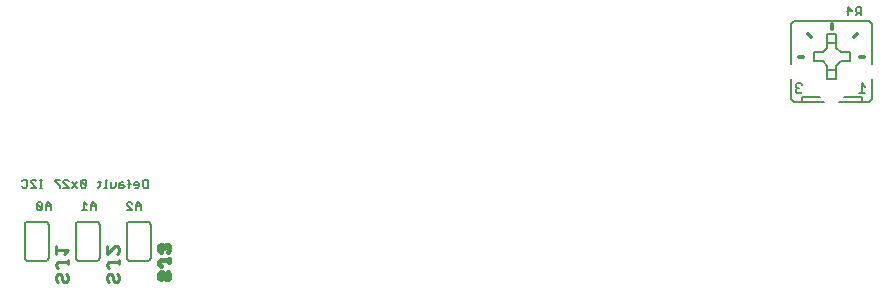
<source format=gbo>
G75*
%MOIN*%
%OFA0B0*%
%FSLAX24Y24*%
%IPPOS*%
%LPD*%
%AMOC8*
5,1,8,0,0,1.08239X$1,22.5*
%
%ADD10C,0.0060*%
%ADD11C,0.0120*%
%ADD12C,0.0050*%
%ADD13C,0.0080*%
%ADD14C,0.0100*%
%ADD15C,0.0150*%
D10*
X008432Y006753D02*
X008475Y006710D01*
X008562Y006710D01*
X008605Y006753D01*
X008432Y006927D01*
X008432Y006753D01*
X008605Y006753D02*
X008605Y006927D01*
X008562Y006970D01*
X008475Y006970D01*
X008432Y006927D01*
X008727Y006883D02*
X008727Y006710D01*
X008727Y006840D02*
X008900Y006840D01*
X008900Y006883D02*
X008900Y006710D01*
X008900Y006883D02*
X008813Y006970D01*
X008727Y006883D01*
X009932Y006710D02*
X010105Y006710D01*
X010019Y006710D02*
X010019Y006970D01*
X010105Y006883D01*
X010227Y006883D02*
X010227Y006710D01*
X010227Y006840D02*
X010400Y006840D01*
X010400Y006883D02*
X010400Y006710D01*
X010400Y006883D02*
X010313Y006970D01*
X010227Y006883D01*
X010044Y007460D02*
X010087Y007503D01*
X009914Y007677D01*
X009914Y007503D01*
X009957Y007460D01*
X010044Y007460D01*
X010087Y007503D02*
X010087Y007677D01*
X010044Y007720D01*
X009957Y007720D01*
X009914Y007677D01*
X009793Y007633D02*
X009619Y007460D01*
X009498Y007460D02*
X009325Y007633D01*
X009325Y007677D01*
X009368Y007720D01*
X009455Y007720D01*
X009498Y007677D01*
X009619Y007633D02*
X009793Y007460D01*
X009498Y007460D02*
X009325Y007460D01*
X009203Y007460D02*
X009203Y007503D01*
X009030Y007677D01*
X009030Y007720D01*
X009203Y007720D01*
X008614Y007720D02*
X008527Y007720D01*
X008571Y007720D02*
X008571Y007460D01*
X008614Y007460D02*
X008527Y007460D01*
X008418Y007460D02*
X008244Y007633D01*
X008244Y007677D01*
X008288Y007720D01*
X008374Y007720D01*
X008418Y007677D01*
X008418Y007460D02*
X008244Y007460D01*
X008123Y007503D02*
X008080Y007460D01*
X007993Y007460D01*
X007950Y007503D01*
X008123Y007503D02*
X008123Y007677D01*
X008080Y007720D01*
X007993Y007720D01*
X007950Y007677D01*
X010492Y007633D02*
X010579Y007633D01*
X010535Y007677D02*
X010535Y007503D01*
X010492Y007460D01*
X010688Y007460D02*
X010775Y007460D01*
X010732Y007460D02*
X010732Y007720D01*
X010775Y007720D01*
X010896Y007633D02*
X010896Y007460D01*
X011026Y007460D01*
X011070Y007503D01*
X011070Y007633D01*
X011191Y007590D02*
X011234Y007633D01*
X011321Y007633D01*
X011321Y007547D02*
X011191Y007547D01*
X011191Y007590D02*
X011191Y007460D01*
X011321Y007460D01*
X011364Y007503D01*
X011321Y007547D01*
X011474Y007590D02*
X011561Y007590D01*
X011517Y007677D02*
X011517Y007460D01*
X011682Y007547D02*
X011855Y007547D01*
X011855Y007590D02*
X011812Y007633D01*
X011725Y007633D01*
X011682Y007590D01*
X011682Y007547D01*
X011725Y007460D02*
X011812Y007460D01*
X011855Y007503D01*
X011855Y007590D01*
X011977Y007503D02*
X011977Y007677D01*
X012020Y007720D01*
X012150Y007720D01*
X012150Y007460D01*
X012020Y007460D01*
X011977Y007503D01*
X011517Y007677D02*
X011474Y007720D01*
X011475Y006970D02*
X011562Y006970D01*
X011605Y006927D01*
X011727Y006883D02*
X011727Y006710D01*
X011605Y006710D02*
X011432Y006883D01*
X011432Y006927D01*
X011475Y006970D01*
X011432Y006710D02*
X011605Y006710D01*
X011727Y006840D02*
X011900Y006840D01*
X011900Y006883D02*
X011900Y006710D01*
X011900Y006883D02*
X011813Y006970D01*
X011727Y006883D01*
X033580Y010430D02*
X033680Y010330D01*
X033930Y010330D01*
X034680Y010330D01*
X034530Y010480D02*
X033930Y010480D01*
X033930Y010330D01*
X033580Y010430D02*
X033580Y011080D01*
X033580Y011580D02*
X033580Y012930D01*
X033680Y013030D01*
X036180Y013030D01*
X036280Y012930D01*
X036280Y011580D01*
X035530Y011680D02*
X035230Y011680D01*
X035080Y011530D01*
X035080Y011380D01*
X035080Y011080D01*
X034780Y011080D01*
X034780Y011380D01*
X034780Y011530D01*
X034630Y011680D01*
X034330Y011680D01*
X034330Y011980D01*
X034630Y011980D01*
X034780Y012130D01*
X034780Y012280D01*
X034780Y012580D01*
X035080Y012580D01*
X035080Y012280D01*
X035080Y012130D01*
X035230Y011980D01*
X035530Y011980D01*
X035530Y011680D01*
X035080Y011380D02*
X034780Y011380D01*
X036280Y011080D02*
X036280Y010430D01*
X036180Y010330D01*
X035930Y010330D01*
X035180Y010330D01*
X035330Y010480D02*
X035930Y010480D01*
X035930Y010330D01*
X035080Y012280D02*
X034780Y012280D01*
X035475Y013210D02*
X035475Y013470D01*
X035605Y013340D01*
X035432Y013340D01*
X035727Y013340D02*
X035770Y013297D01*
X035900Y013297D01*
X035813Y013297D02*
X035727Y013210D01*
X035727Y013340D02*
X035727Y013427D01*
X035770Y013470D01*
X035900Y013470D01*
X035900Y013210D01*
D11*
X034930Y012900D02*
X034930Y012750D01*
X034230Y012480D02*
X034130Y012580D01*
X035680Y012480D02*
X035780Y012580D01*
X035870Y011830D02*
X036020Y011830D01*
X033990Y011830D02*
X033840Y011830D01*
D12*
X033785Y010945D02*
X033728Y010889D01*
X033728Y010832D01*
X033785Y010775D01*
X033728Y010718D01*
X033728Y010662D01*
X033785Y010605D01*
X033898Y010605D01*
X033955Y010662D01*
X033842Y010775D02*
X033785Y010775D01*
X033785Y010945D02*
X033898Y010945D01*
X033955Y010889D01*
X035828Y010605D02*
X036055Y010605D01*
X035942Y010605D02*
X035942Y010945D01*
X036055Y010832D01*
D13*
X012230Y006230D02*
X012230Y005130D01*
X012228Y005113D01*
X012224Y005096D01*
X012217Y005080D01*
X012207Y005066D01*
X012194Y005053D01*
X012180Y005043D01*
X012164Y005036D01*
X012147Y005032D01*
X012130Y005030D01*
X011530Y005030D01*
X011513Y005032D01*
X011496Y005036D01*
X011480Y005043D01*
X011466Y005053D01*
X011453Y005066D01*
X011443Y005080D01*
X011436Y005096D01*
X011432Y005113D01*
X011430Y005130D01*
X011430Y006230D01*
X011432Y006247D01*
X011436Y006264D01*
X011443Y006280D01*
X011453Y006294D01*
X011466Y006307D01*
X011480Y006317D01*
X011496Y006324D01*
X011513Y006328D01*
X011530Y006330D01*
X012130Y006330D01*
X012147Y006328D01*
X012164Y006324D01*
X012180Y006317D01*
X012194Y006307D01*
X012207Y006294D01*
X012217Y006280D01*
X012224Y006264D01*
X012228Y006247D01*
X012230Y006230D01*
X010530Y006230D02*
X010530Y005130D01*
X010528Y005113D01*
X010524Y005096D01*
X010517Y005080D01*
X010507Y005066D01*
X010494Y005053D01*
X010480Y005043D01*
X010464Y005036D01*
X010447Y005032D01*
X010430Y005030D01*
X009830Y005030D01*
X009813Y005032D01*
X009796Y005036D01*
X009780Y005043D01*
X009766Y005053D01*
X009753Y005066D01*
X009743Y005080D01*
X009736Y005096D01*
X009732Y005113D01*
X009730Y005130D01*
X009730Y006230D01*
X009732Y006247D01*
X009736Y006264D01*
X009743Y006280D01*
X009753Y006294D01*
X009766Y006307D01*
X009780Y006317D01*
X009796Y006324D01*
X009813Y006328D01*
X009830Y006330D01*
X010430Y006330D01*
X010447Y006328D01*
X010464Y006324D01*
X010480Y006317D01*
X010494Y006307D01*
X010507Y006294D01*
X010517Y006280D01*
X010524Y006264D01*
X010528Y006247D01*
X010530Y006230D01*
X008830Y006230D02*
X008830Y005130D01*
X008828Y005113D01*
X008824Y005096D01*
X008817Y005080D01*
X008807Y005066D01*
X008794Y005053D01*
X008780Y005043D01*
X008764Y005036D01*
X008747Y005032D01*
X008730Y005030D01*
X008130Y005030D01*
X008113Y005032D01*
X008096Y005036D01*
X008080Y005043D01*
X008066Y005053D01*
X008053Y005066D01*
X008043Y005080D01*
X008036Y005096D01*
X008032Y005113D01*
X008030Y005130D01*
X008030Y006230D01*
X008032Y006247D01*
X008036Y006264D01*
X008043Y006280D01*
X008053Y006294D01*
X008066Y006307D01*
X008080Y006317D01*
X008096Y006324D01*
X008113Y006328D01*
X008130Y006330D01*
X008730Y006330D01*
X008747Y006328D01*
X008764Y006324D01*
X008780Y006317D01*
X008794Y006307D01*
X008807Y006294D01*
X008817Y006280D01*
X008824Y006264D01*
X008828Y006247D01*
X008830Y006230D01*
D14*
X009080Y004397D02*
X009147Y004330D01*
X009080Y004397D02*
X009080Y004530D01*
X009147Y004597D01*
X009213Y004597D01*
X009280Y004530D01*
X009280Y004397D01*
X009347Y004330D01*
X009414Y004330D01*
X009480Y004397D01*
X009480Y004530D01*
X009414Y004597D01*
X009147Y004790D02*
X009080Y004857D01*
X009080Y004924D01*
X009147Y004991D01*
X009480Y004991D01*
X009480Y005057D02*
X009480Y004924D01*
X009347Y005251D02*
X009480Y005384D01*
X009080Y005384D01*
X009080Y005251D02*
X009080Y005518D01*
X010780Y005518D02*
X010780Y005251D01*
X011047Y005518D01*
X011114Y005518D01*
X011180Y005451D01*
X011180Y005318D01*
X011114Y005251D01*
X011180Y005057D02*
X011180Y004924D01*
X011180Y004991D02*
X010847Y004991D01*
X010780Y004924D01*
X010780Y004857D01*
X010847Y004790D01*
X010847Y004597D02*
X010780Y004530D01*
X010780Y004397D01*
X010847Y004330D01*
X010980Y004397D02*
X010980Y004530D01*
X010913Y004597D01*
X010847Y004597D01*
X010980Y004397D02*
X011047Y004330D01*
X011114Y004330D01*
X011180Y004397D01*
X011180Y004530D01*
X011114Y004597D01*
D15*
X012505Y004580D02*
X012505Y004463D01*
X012563Y004405D01*
X012680Y004463D02*
X012680Y004580D01*
X012622Y004639D01*
X012563Y004639D01*
X012505Y004580D01*
X012680Y004463D02*
X012739Y004405D01*
X012797Y004405D01*
X012855Y004463D01*
X012855Y004580D01*
X012797Y004639D01*
X012563Y004865D02*
X012505Y004924D01*
X012505Y004982D01*
X012563Y005041D01*
X012855Y005041D01*
X012855Y005099D02*
X012855Y004982D01*
X012797Y005326D02*
X012855Y005384D01*
X012855Y005501D01*
X012797Y005559D01*
X012739Y005559D01*
X012680Y005501D01*
X012622Y005559D01*
X012563Y005559D01*
X012505Y005501D01*
X012505Y005384D01*
X012563Y005326D01*
X012680Y005443D02*
X012680Y005501D01*
M02*

</source>
